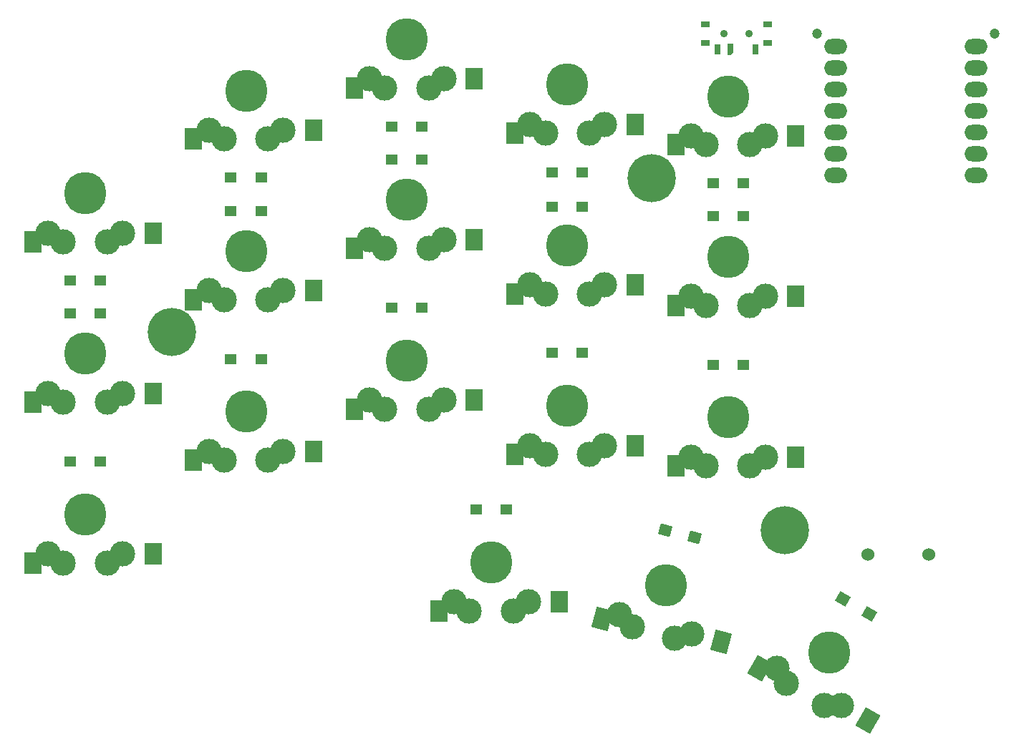
<source format=gts>
%TF.GenerationSoftware,KiCad,Pcbnew,8.0.5*%
%TF.CreationDate,2025-01-30T23:52:01+02:00*%
%TF.ProjectId,1_3AS,315f3341-532e-46b6-9963-61645f706362,rev?*%
%TF.SameCoordinates,Original*%
%TF.FileFunction,Soldermask,Top*%
%TF.FilePolarity,Negative*%
%FSLAX46Y46*%
G04 Gerber Fmt 4.6, Leading zero omitted, Abs format (unit mm)*
G04 Created by KiCad (PCBNEW 8.0.5) date 2025-01-30 23:52:01*
%MOMM*%
%LPD*%
G01*
G04 APERTURE LIST*
G04 Aperture macros list*
%AMRotRect*
0 Rectangle, with rotation*
0 The origin of the aperture is its center*
0 $1 length*
0 $2 width*
0 $3 Rotation angle, in degrees counterclockwise*
0 Add horizontal line*
21,1,$1,$2,0,0,$3*%
%AMOutline5P*
0 Free polygon, 5 corners , with rotation*
0 The origin of the aperture is its center*
0 number of corners: always 5*
0 $1 to $10 corner X, Y*
0 $11 Rotation angle, in degrees counterclockwise*
0 create outline with 5 corners*
4,1,5,$1,$2,$3,$4,$5,$6,$7,$8,$9,$10,$1,$2,$11*%
%AMOutline6P*
0 Free polygon, 6 corners , with rotation*
0 The origin of the aperture is its center*
0 number of corners: always 6*
0 $1 to $12 corner X, Y*
0 $13 Rotation angle, in degrees counterclockwise*
0 create outline with 6 corners*
4,1,6,$1,$2,$3,$4,$5,$6,$7,$8,$9,$10,$11,$12,$1,$2,$13*%
%AMOutline7P*
0 Free polygon, 7 corners , with rotation*
0 The origin of the aperture is its center*
0 number of corners: always 7*
0 $1 to $14 corner X, Y*
0 $15 Rotation angle, in degrees counterclockwise*
0 create outline with 7 corners*
4,1,7,$1,$2,$3,$4,$5,$6,$7,$8,$9,$10,$11,$12,$13,$14,$1,$2,$15*%
%AMOutline8P*
0 Free polygon, 8 corners , with rotation*
0 The origin of the aperture is its center*
0 number of corners: always 8*
0 $1 to $16 corner X, Y*
0 $17 Rotation angle, in degrees counterclockwise*
0 create outline with 8 corners*
4,1,8,$1,$2,$3,$4,$5,$6,$7,$8,$9,$10,$11,$12,$13,$14,$15,$16,$1,$2,$17*%
G04 Aperture macros list end*
%ADD10RotRect,1.425000X1.300000X165.000000*%
%ADD11R,1.425000X1.300000*%
%ADD12RotRect,1.425000X1.300000X150.000000*%
%ADD13C,3.000000*%
%ADD14C,5.000000*%
%ADD15RotRect,2.000000X2.500000X330.000000*%
%ADD16R,2.000000X2.500000*%
%ADD17C,5.700000*%
%ADD18RotRect,2.000000X2.500000X345.000000*%
%ADD19C,1.524000*%
%ADD20O,2.750000X1.800000*%
%ADD21C,1.200000*%
%ADD22R,1.000000X0.800000*%
%ADD23C,0.900000*%
%ADD24R,0.700000X1.280000*%
%ADD25Outline5P,-0.350000X0.640000X0.350000X0.640000X0.350000X-0.360000X0.070000X-0.640000X-0.350000X-0.640000X0.000000*%
G04 APERTURE END LIST*
D10*
X175505419Y-116849840D03*
X172052235Y-115924562D03*
D11*
X181287500Y-96400000D03*
X177712500Y-96400000D03*
D12*
X196178406Y-125851742D03*
X193082366Y-124064242D03*
D11*
X153287500Y-113500000D03*
X149712500Y-113500000D03*
X105287500Y-86400000D03*
X101712500Y-86400000D03*
X105287500Y-90297000D03*
X101712500Y-90297000D03*
X162287500Y-95000000D03*
X158712500Y-95000000D03*
X181287500Y-74900000D03*
X177712500Y-74900000D03*
X181287500Y-78800000D03*
X177712500Y-78800000D03*
X143287500Y-68200000D03*
X139712500Y-68200000D03*
X143287500Y-72100000D03*
X139712500Y-72100000D03*
X162287500Y-73600000D03*
X158712500Y-73600000D03*
X124287500Y-74200000D03*
X120712500Y-74200000D03*
X143287500Y-89600000D03*
X139712500Y-89600000D03*
X162287500Y-77700000D03*
X158712500Y-77700000D03*
X124287500Y-78200000D03*
X120712500Y-78200000D03*
X124287500Y-95700000D03*
X120712500Y-95700000D03*
X105287500Y-107800000D03*
X101712500Y-107800000D03*
D13*
X185316752Y-132289492D03*
X186350598Y-134098819D03*
D14*
X191477264Y-130419173D03*
D13*
X190853930Y-136698819D03*
X192937776Y-136689492D03*
D15*
X183232906Y-132298819D03*
X196055467Y-138489492D03*
D13*
X118100000Y-87640970D03*
X119900000Y-88690970D03*
D14*
X122500000Y-82940970D03*
D13*
X125100000Y-88690970D03*
X126900000Y-87640970D03*
D16*
X116300000Y-88690970D03*
X130500000Y-87640970D03*
D17*
X113700000Y-92500000D03*
D13*
X166668553Y-125924234D03*
X168135459Y-127404330D03*
D14*
X172135076Y-122523186D03*
D13*
X173158274Y-128750189D03*
X175168700Y-128201841D03*
D18*
X164658126Y-126472581D03*
X178646033Y-129133590D03*
D13*
X99100000Y-80790970D03*
X100900000Y-81840970D03*
D14*
X103500000Y-76090970D03*
D13*
X106100000Y-81840970D03*
X107900000Y-80790970D03*
D16*
X97300000Y-81840970D03*
X111500000Y-80790970D03*
D17*
X186200000Y-116000000D03*
D13*
X156100000Y-67940970D03*
X157900000Y-68990970D03*
D14*
X160500000Y-63240970D03*
D13*
X163100000Y-68990970D03*
X164900000Y-67940970D03*
D16*
X154300000Y-68990970D03*
X168500000Y-67940970D03*
D13*
X118100000Y-106640970D03*
X119900000Y-107690970D03*
D14*
X122500000Y-101940970D03*
D13*
X125100000Y-107690970D03*
X126900000Y-106640970D03*
D16*
X116300000Y-107690970D03*
X130500000Y-106640970D03*
D13*
X175100000Y-88315970D03*
X176900000Y-89365970D03*
D14*
X179500000Y-83615970D03*
D13*
X182100000Y-89365970D03*
X183900000Y-88315970D03*
D16*
X173300000Y-89365970D03*
X187500000Y-88315970D03*
D13*
X175100000Y-69315970D03*
X176900000Y-70365970D03*
D14*
X179500000Y-64615970D03*
D13*
X182100000Y-70365970D03*
X183900000Y-69315970D03*
D16*
X173300000Y-70365970D03*
X187500000Y-69315970D03*
D13*
X156100000Y-105940970D03*
X157900000Y-106990970D03*
D14*
X160500000Y-101240970D03*
D13*
X163100000Y-106990970D03*
X164900000Y-105940970D03*
D16*
X154300000Y-106990970D03*
X168500000Y-105940970D03*
D13*
X156100000Y-86940970D03*
X157900000Y-87990970D03*
D14*
X160500000Y-82240970D03*
D13*
X163100000Y-87990970D03*
X164900000Y-86940970D03*
D16*
X154300000Y-87990970D03*
X168500000Y-86940970D03*
D19*
X196044000Y-118806000D03*
X203244000Y-118806000D03*
D13*
X118100000Y-68640970D03*
X119900000Y-69690970D03*
D14*
X122500000Y-63940970D03*
D13*
X125100000Y-69690970D03*
X126900000Y-68640970D03*
D16*
X116300000Y-69690970D03*
X130500000Y-68640970D03*
D13*
X175100000Y-107315970D03*
X176900000Y-108365970D03*
D14*
X179500000Y-102615970D03*
D13*
X182100000Y-108365970D03*
X183900000Y-107315970D03*
D16*
X173300000Y-108365970D03*
X187500000Y-107315970D03*
D13*
X99100000Y-99790970D03*
X100900000Y-100840970D03*
D14*
X103500000Y-95090970D03*
D13*
X106100000Y-100840970D03*
X107900000Y-99790970D03*
D16*
X97300000Y-100840970D03*
X111500000Y-99790970D03*
D13*
X137100000Y-62565970D03*
X138900000Y-63615970D03*
D14*
X141500000Y-57865970D03*
D13*
X144100000Y-63615970D03*
X145900000Y-62565970D03*
D16*
X135300000Y-63615970D03*
X149500000Y-62565970D03*
D13*
X147100000Y-124440700D03*
X148900000Y-125490700D03*
D14*
X151500000Y-119740700D03*
D13*
X154100000Y-125490700D03*
X155900000Y-124440700D03*
D16*
X145300000Y-125490700D03*
X159500000Y-124440700D03*
D13*
X137100000Y-100565970D03*
X138900000Y-101615970D03*
D14*
X141500000Y-95865970D03*
D13*
X144100000Y-101615970D03*
X145900000Y-100565970D03*
D16*
X135300000Y-101615970D03*
X149500000Y-100565970D03*
D13*
X99100000Y-118790970D03*
X100900000Y-119840970D03*
D14*
X103500000Y-114090970D03*
D13*
X106100000Y-119840970D03*
X107900000Y-118790970D03*
D16*
X97300000Y-119840970D03*
X111500000Y-118790970D03*
D17*
X170500000Y-74300000D03*
D13*
X137100000Y-81565970D03*
X138900000Y-82615970D03*
D14*
X141500000Y-76865970D03*
D13*
X144100000Y-82615970D03*
X145900000Y-81565970D03*
D16*
X135300000Y-82615970D03*
X149500000Y-81565970D03*
D20*
X208794960Y-58696046D03*
X208794960Y-61236046D03*
X208794960Y-63776046D03*
X208794960Y-66316046D03*
X208794960Y-68856046D03*
X208794960Y-71396046D03*
X208794960Y-73936046D03*
X192205040Y-73936046D03*
X192205040Y-71396046D03*
X192205040Y-68856046D03*
X192205040Y-66316046D03*
X192205040Y-63776046D03*
X192205040Y-61236046D03*
X192205040Y-58696046D03*
D21*
X190000000Y-57216046D03*
X211000000Y-57216046D03*
D22*
X184150000Y-58300970D03*
X184150000Y-56080970D03*
D23*
X182000000Y-57190970D03*
X179000000Y-57190970D03*
D22*
X176850000Y-58300970D03*
X176850000Y-56080970D03*
D24*
X182750000Y-59060970D03*
D25*
X179750000Y-59060970D03*
D24*
X178250000Y-59060970D03*
M02*

</source>
